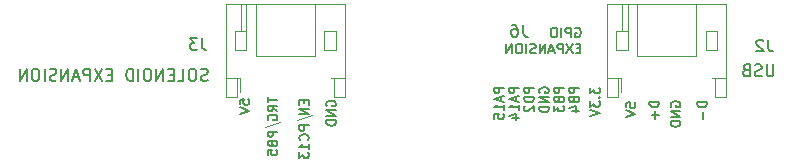
<source format=gbr>
%TF.GenerationSoftware,KiCad,Pcbnew,5.1.6+dfsg1-1~bpo10+1*%
%TF.CreationDate,2021-04-22T00:57:50+03:00*%
%TF.ProjectId,controller,636f6e74-726f-46c6-9c65-722e6b696361,rev?*%
%TF.SameCoordinates,PX3cfccb0PYa197300*%
%TF.FileFunction,Legend,Bot*%
%TF.FilePolarity,Positive*%
%FSLAX46Y46*%
G04 Gerber Fmt 4.6, Leading zero omitted, Abs format (unit mm)*
G04 Created by KiCad (PCBNEW 5.1.6+dfsg1-1~bpo10+1) date 2021-04-22 00:57:50*
%MOMM*%
%LPD*%
G01*
G04 APERTURE LIST*
%ADD10C,0.150000*%
%ADD11C,0.120000*%
G04 APERTURE END LIST*
D10*
X51382564Y30307715D02*
X51382564Y29812477D01*
X51687326Y30079143D01*
X51687326Y29964858D01*
X51725421Y29888667D01*
X51763517Y29850572D01*
X51839707Y29812477D01*
X52030183Y29812477D01*
X52106374Y29850572D01*
X52144469Y29888667D01*
X52182564Y29964858D01*
X52182564Y30193429D01*
X52144469Y30269620D01*
X52106374Y30307715D01*
X52106374Y29469620D02*
X52144469Y29431524D01*
X52182564Y29469620D01*
X52144469Y29507715D01*
X52106374Y29469620D01*
X52182564Y29469620D01*
X51382564Y29164858D02*
X51382564Y28669620D01*
X51687326Y28936286D01*
X51687326Y28822000D01*
X51725421Y28745810D01*
X51763517Y28707715D01*
X51839707Y28669620D01*
X52030183Y28669620D01*
X52106374Y28707715D01*
X52144469Y28745810D01*
X52182564Y28822000D01*
X52182564Y29050572D01*
X52144469Y29126762D01*
X52106374Y29164858D01*
X51382564Y28441048D02*
X52182564Y28174381D01*
X51382564Y27907715D01*
X50107796Y35310800D02*
X50183986Y35348896D01*
X50298272Y35348896D01*
X50412558Y35310800D01*
X50488748Y35234610D01*
X50526843Y35158420D01*
X50564939Y35006039D01*
X50564939Y34891753D01*
X50526843Y34739372D01*
X50488748Y34663181D01*
X50412558Y34586991D01*
X50298272Y34548896D01*
X50222081Y34548896D01*
X50107796Y34586991D01*
X50069700Y34625086D01*
X50069700Y34891753D01*
X50222081Y34891753D01*
X49726843Y34548896D02*
X49726843Y35348896D01*
X49422081Y35348896D01*
X49345891Y35310800D01*
X49307796Y35272705D01*
X49269700Y35196515D01*
X49269700Y35082229D01*
X49307796Y35006039D01*
X49345891Y34967943D01*
X49422081Y34929848D01*
X49726843Y34929848D01*
X48926843Y34548896D02*
X48926843Y35348896D01*
X48393510Y35348896D02*
X48241129Y35348896D01*
X48164939Y35310800D01*
X48088748Y35234610D01*
X48050653Y35082229D01*
X48050653Y34815562D01*
X48088748Y34663181D01*
X48164939Y34586991D01*
X48241129Y34548896D01*
X48393510Y34548896D01*
X48469700Y34586991D01*
X48545891Y34663181D01*
X48583986Y34815562D01*
X48583986Y35082229D01*
X48545891Y35234610D01*
X48469700Y35310800D01*
X48393510Y35348896D01*
X50526843Y33617943D02*
X50260177Y33617943D01*
X50145891Y33198896D02*
X50526843Y33198896D01*
X50526843Y33998896D01*
X50145891Y33998896D01*
X49879224Y33998896D02*
X49345891Y33198896D01*
X49345891Y33998896D02*
X49879224Y33198896D01*
X49041129Y33198896D02*
X49041129Y33998896D01*
X48736367Y33998896D01*
X48660177Y33960800D01*
X48622081Y33922705D01*
X48583986Y33846515D01*
X48583986Y33732229D01*
X48622081Y33656039D01*
X48660177Y33617943D01*
X48736367Y33579848D01*
X49041129Y33579848D01*
X48279224Y33427467D02*
X47898272Y33427467D01*
X48355415Y33198896D02*
X48088748Y33998896D01*
X47822081Y33198896D01*
X47555415Y33198896D02*
X47555415Y33998896D01*
X47098272Y33198896D01*
X47098272Y33998896D01*
X46755415Y33236991D02*
X46641129Y33198896D01*
X46450653Y33198896D01*
X46374462Y33236991D01*
X46336367Y33275086D01*
X46298272Y33351277D01*
X46298272Y33427467D01*
X46336367Y33503658D01*
X46374462Y33541753D01*
X46450653Y33579848D01*
X46603034Y33617943D01*
X46679224Y33656039D01*
X46717320Y33694134D01*
X46755415Y33770324D01*
X46755415Y33846515D01*
X46717320Y33922705D01*
X46679224Y33960800D01*
X46603034Y33998896D01*
X46412558Y33998896D01*
X46298272Y33960800D01*
X45955415Y33198896D02*
X45955415Y33998896D01*
X45422081Y33998896D02*
X45269700Y33998896D01*
X45193510Y33960800D01*
X45117320Y33884610D01*
X45079224Y33732229D01*
X45079224Y33465562D01*
X45117320Y33313181D01*
X45193510Y33236991D01*
X45269700Y33198896D01*
X45422081Y33198896D01*
X45498272Y33236991D01*
X45574462Y33313181D01*
X45612558Y33465562D01*
X45612558Y33732229D01*
X45574462Y33884610D01*
X45498272Y33960800D01*
X45422081Y33998896D01*
X44736367Y33198896D02*
X44736367Y33998896D01*
X44279224Y33198896D01*
X44279224Y33998896D01*
D11*
X23847640Y26953620D02*
X25092240Y27382880D01*
X26537500Y27547980D02*
X27782100Y27977240D01*
D10*
X27138217Y29233584D02*
X27138217Y28966918D01*
X27557264Y28852632D02*
X27557264Y29233584D01*
X26757264Y29233584D01*
X26757264Y28852632D01*
X27557264Y28509775D02*
X26757264Y28509775D01*
X27557264Y28052632D01*
X26757264Y28052632D01*
X24082644Y29502810D02*
X24082644Y29045667D01*
X24882644Y29274239D02*
X24082644Y29274239D01*
X24882644Y28321858D02*
X24501692Y28588524D01*
X24882644Y28779000D02*
X24082644Y28779000D01*
X24082644Y28474239D01*
X24120740Y28398048D01*
X24158835Y28359953D01*
X24235025Y28321858D01*
X24349311Y28321858D01*
X24425501Y28359953D01*
X24463597Y28398048D01*
X24501692Y28474239D01*
X24501692Y28779000D01*
X24120740Y27559953D02*
X24082644Y27636143D01*
X24082644Y27750429D01*
X24120740Y27864715D01*
X24196930Y27940905D01*
X24273120Y27979000D01*
X24425501Y28017096D01*
X24539787Y28017096D01*
X24692168Y27979000D01*
X24768359Y27940905D01*
X24844549Y27864715D01*
X24882644Y27750429D01*
X24882644Y27674239D01*
X24844549Y27559953D01*
X24806454Y27521858D01*
X24539787Y27521858D01*
X24539787Y27674239D01*
X29083900Y28748497D02*
X29045804Y28824687D01*
X29045804Y28938973D01*
X29083900Y29053259D01*
X29160090Y29129449D01*
X29236280Y29167544D01*
X29388661Y29205640D01*
X29502947Y29205640D01*
X29655328Y29167544D01*
X29731519Y29129449D01*
X29807709Y29053259D01*
X29845804Y28938973D01*
X29845804Y28862782D01*
X29807709Y28748497D01*
X29769614Y28710401D01*
X29502947Y28710401D01*
X29502947Y28862782D01*
X29845804Y28367544D02*
X29045804Y28367544D01*
X29845804Y27910401D01*
X29045804Y27910401D01*
X29845804Y27529449D02*
X29045804Y27529449D01*
X29045804Y27338973D01*
X29083900Y27224687D01*
X29160090Y27148497D01*
X29236280Y27110401D01*
X29388661Y27072306D01*
X29502947Y27072306D01*
X29655328Y27110401D01*
X29731519Y27148497D01*
X29807709Y27224687D01*
X29845804Y27338973D01*
X29845804Y27529449D01*
X21700124Y28883112D02*
X21700124Y29264064D01*
X22081077Y29302160D01*
X22042981Y29264064D01*
X22004886Y29187874D01*
X22004886Y28997398D01*
X22042981Y28921207D01*
X22081077Y28883112D01*
X22157267Y28845017D01*
X22347743Y28845017D01*
X22423934Y28883112D01*
X22462029Y28921207D01*
X22500124Y28997398D01*
X22500124Y29187874D01*
X22462029Y29264064D01*
X22423934Y29302160D01*
X21700124Y28616445D02*
X22500124Y28349779D01*
X21700124Y28083112D01*
X24882644Y26579284D02*
X24082644Y26579284D01*
X24082644Y26274522D01*
X24120740Y26198332D01*
X24158835Y26160237D01*
X24235025Y26122141D01*
X24349311Y26122141D01*
X24425501Y26160237D01*
X24463597Y26198332D01*
X24501692Y26274522D01*
X24501692Y26579284D01*
X24463597Y25512618D02*
X24501692Y25398332D01*
X24539787Y25360237D01*
X24615978Y25322141D01*
X24730263Y25322141D01*
X24806454Y25360237D01*
X24844549Y25398332D01*
X24882644Y25474522D01*
X24882644Y25779284D01*
X24082644Y25779284D01*
X24082644Y25512618D01*
X24120740Y25436427D01*
X24158835Y25398332D01*
X24235025Y25360237D01*
X24311216Y25360237D01*
X24387406Y25398332D01*
X24425501Y25436427D01*
X24463597Y25512618D01*
X24463597Y25779284D01*
X24082644Y24598332D02*
X24082644Y24979284D01*
X24463597Y25017380D01*
X24425501Y24979284D01*
X24387406Y24903094D01*
X24387406Y24712618D01*
X24425501Y24636427D01*
X24463597Y24598332D01*
X24539787Y24560237D01*
X24730263Y24560237D01*
X24806454Y24598332D01*
X24844549Y24636427D01*
X24882644Y24712618D01*
X24882644Y24903094D01*
X24844549Y24979284D01*
X24806454Y25017380D01*
X27557264Y27102524D02*
X26757264Y27102524D01*
X26757264Y26797762D01*
X26795360Y26721572D01*
X26833455Y26683477D01*
X26909645Y26645381D01*
X27023931Y26645381D01*
X27100121Y26683477D01*
X27138217Y26721572D01*
X27176312Y26797762D01*
X27176312Y27102524D01*
X27481074Y25845381D02*
X27519169Y25883477D01*
X27557264Y25997762D01*
X27557264Y26073953D01*
X27519169Y26188239D01*
X27442979Y26264429D01*
X27366788Y26302524D01*
X27214407Y26340620D01*
X27100121Y26340620D01*
X26947740Y26302524D01*
X26871550Y26264429D01*
X26795360Y26188239D01*
X26757264Y26073953D01*
X26757264Y25997762D01*
X26795360Y25883477D01*
X26833455Y25845381D01*
X27557264Y25083477D02*
X27557264Y25540620D01*
X27557264Y25312048D02*
X26757264Y25312048D01*
X26871550Y25388239D01*
X26947740Y25464429D01*
X26985836Y25540620D01*
X26757264Y24816810D02*
X26757264Y24321572D01*
X27062026Y24588239D01*
X27062026Y24473953D01*
X27100121Y24397762D01*
X27138217Y24359667D01*
X27214407Y24321572D01*
X27404883Y24321572D01*
X27481074Y24359667D01*
X27519169Y24397762D01*
X27557264Y24473953D01*
X27557264Y24702524D01*
X27519169Y24778715D01*
X27481074Y24816810D01*
X54402624Y28635081D02*
X54402624Y29016034D01*
X54783577Y29054129D01*
X54745481Y29016034D01*
X54707386Y28939843D01*
X54707386Y28749367D01*
X54745481Y28673177D01*
X54783577Y28635081D01*
X54859767Y28596986D01*
X55050243Y28596986D01*
X55126434Y28635081D01*
X55164529Y28673177D01*
X55202624Y28749367D01*
X55202624Y28939843D01*
X55164529Y29016034D01*
X55126434Y29054129D01*
X54402624Y28368415D02*
X55202624Y28101748D01*
X54402624Y27835081D01*
X58225320Y28675664D02*
X58187224Y28751855D01*
X58187224Y28866140D01*
X58225320Y28980426D01*
X58301510Y29056617D01*
X58377700Y29094712D01*
X58530081Y29132807D01*
X58644367Y29132807D01*
X58796748Y29094712D01*
X58872939Y29056617D01*
X58949129Y28980426D01*
X58987224Y28866140D01*
X58987224Y28789950D01*
X58949129Y28675664D01*
X58911034Y28637569D01*
X58644367Y28637569D01*
X58644367Y28789950D01*
X58987224Y28294712D02*
X58187224Y28294712D01*
X58987224Y27837569D01*
X58187224Y27837569D01*
X58987224Y27456617D02*
X58187224Y27456617D01*
X58187224Y27266140D01*
X58225320Y27151855D01*
X58301510Y27075664D01*
X58377700Y27037569D01*
X58530081Y26999474D01*
X58644367Y26999474D01*
X58796748Y27037569D01*
X58872939Y27075664D01*
X58949129Y27151855D01*
X58987224Y27266140D01*
X58987224Y27456617D01*
X57191444Y29090942D02*
X56391444Y29090942D01*
X56391444Y28900466D01*
X56429540Y28786180D01*
X56505730Y28709990D01*
X56581920Y28671895D01*
X56734301Y28633800D01*
X56848587Y28633800D01*
X57000968Y28671895D01*
X57077159Y28709990D01*
X57153349Y28786180D01*
X57191444Y28900466D01*
X57191444Y29090942D01*
X56886682Y28290942D02*
X56886682Y27681419D01*
X57191444Y27986180D02*
X56581920Y27986180D01*
X61230044Y29073162D02*
X60430044Y29073162D01*
X60430044Y28882686D01*
X60468140Y28768400D01*
X60544330Y28692210D01*
X60620520Y28654115D01*
X60772901Y28616020D01*
X60887187Y28616020D01*
X61039568Y28654115D01*
X61115759Y28692210D01*
X61191949Y28768400D01*
X61230044Y28882686D01*
X61230044Y29073162D01*
X60925282Y28273162D02*
X60925282Y27663639D01*
X50407104Y30302644D02*
X49607104Y30302644D01*
X49607104Y29997882D01*
X49645200Y29921692D01*
X49683295Y29883597D01*
X49759485Y29845501D01*
X49873771Y29845501D01*
X49949961Y29883597D01*
X49988057Y29921692D01*
X50026152Y29997882D01*
X50026152Y30302644D01*
X49988057Y29235978D02*
X50026152Y29121692D01*
X50064247Y29083597D01*
X50140438Y29045501D01*
X50254723Y29045501D01*
X50330914Y29083597D01*
X50369009Y29121692D01*
X50407104Y29197882D01*
X50407104Y29502644D01*
X49607104Y29502644D01*
X49607104Y29235978D01*
X49645200Y29159787D01*
X49683295Y29121692D01*
X49759485Y29083597D01*
X49835676Y29083597D01*
X49911866Y29121692D01*
X49949961Y29159787D01*
X49988057Y29235978D01*
X49988057Y29502644D01*
X49873771Y28359787D02*
X50407104Y28359787D01*
X49569009Y28550263D02*
X50140438Y28740740D01*
X50140438Y28245501D01*
X49137104Y30302644D02*
X48337104Y30302644D01*
X48337104Y29997882D01*
X48375200Y29921692D01*
X48413295Y29883597D01*
X48489485Y29845501D01*
X48603771Y29845501D01*
X48679961Y29883597D01*
X48718057Y29921692D01*
X48756152Y29997882D01*
X48756152Y30302644D01*
X48718057Y29235978D02*
X48756152Y29121692D01*
X48794247Y29083597D01*
X48870438Y29045501D01*
X48984723Y29045501D01*
X49060914Y29083597D01*
X49099009Y29121692D01*
X49137104Y29197882D01*
X49137104Y29502644D01*
X48337104Y29502644D01*
X48337104Y29235978D01*
X48375200Y29159787D01*
X48413295Y29121692D01*
X48489485Y29083597D01*
X48565676Y29083597D01*
X48641866Y29121692D01*
X48679961Y29159787D01*
X48718057Y29235978D01*
X48718057Y29502644D01*
X48337104Y28778835D02*
X48337104Y28283597D01*
X48641866Y28550263D01*
X48641866Y28435978D01*
X48679961Y28359787D01*
X48718057Y28321692D01*
X48794247Y28283597D01*
X48984723Y28283597D01*
X49060914Y28321692D01*
X49099009Y28359787D01*
X49137104Y28435978D01*
X49137104Y28664549D01*
X49099009Y28740740D01*
X49060914Y28778835D01*
X47105200Y29883597D02*
X47067104Y29959787D01*
X47067104Y30074073D01*
X47105200Y30188359D01*
X47181390Y30264549D01*
X47257580Y30302644D01*
X47409961Y30340740D01*
X47524247Y30340740D01*
X47676628Y30302644D01*
X47752819Y30264549D01*
X47829009Y30188359D01*
X47867104Y30074073D01*
X47867104Y29997882D01*
X47829009Y29883597D01*
X47790914Y29845501D01*
X47524247Y29845501D01*
X47524247Y29997882D01*
X47867104Y29502644D02*
X47067104Y29502644D01*
X47867104Y29045501D01*
X47067104Y29045501D01*
X47867104Y28664549D02*
X47067104Y28664549D01*
X47067104Y28474073D01*
X47105200Y28359787D01*
X47181390Y28283597D01*
X47257580Y28245501D01*
X47409961Y28207406D01*
X47524247Y28207406D01*
X47676628Y28245501D01*
X47752819Y28283597D01*
X47829009Y28359787D01*
X47867104Y28474073D01*
X47867104Y28664549D01*
X46597104Y30302644D02*
X45797104Y30302644D01*
X45797104Y29997882D01*
X45835200Y29921692D01*
X45873295Y29883597D01*
X45949485Y29845501D01*
X46063771Y29845501D01*
X46139961Y29883597D01*
X46178057Y29921692D01*
X46216152Y29997882D01*
X46216152Y30302644D01*
X46597104Y29502644D02*
X45797104Y29502644D01*
X45797104Y29312168D01*
X45835200Y29197882D01*
X45911390Y29121692D01*
X45987580Y29083597D01*
X46139961Y29045501D01*
X46254247Y29045501D01*
X46406628Y29083597D01*
X46482819Y29121692D01*
X46559009Y29197882D01*
X46597104Y29312168D01*
X46597104Y29502644D01*
X45873295Y28740740D02*
X45835200Y28702644D01*
X45797104Y28626454D01*
X45797104Y28435978D01*
X45835200Y28359787D01*
X45873295Y28321692D01*
X45949485Y28283597D01*
X46025676Y28283597D01*
X46139961Y28321692D01*
X46597104Y28778835D01*
X46597104Y28283597D01*
X45327104Y30302644D02*
X44527104Y30302644D01*
X44527104Y29997882D01*
X44565200Y29921692D01*
X44603295Y29883597D01*
X44679485Y29845501D01*
X44793771Y29845501D01*
X44869961Y29883597D01*
X44908057Y29921692D01*
X44946152Y29997882D01*
X44946152Y30302644D01*
X45098533Y29540740D02*
X45098533Y29159787D01*
X45327104Y29616930D02*
X44527104Y29350263D01*
X45327104Y29083597D01*
X45327104Y28397882D02*
X45327104Y28855025D01*
X45327104Y28626454D02*
X44527104Y28626454D01*
X44641390Y28702644D01*
X44717580Y28778835D01*
X44755676Y28855025D01*
X44793771Y27712168D02*
X45327104Y27712168D01*
X44489009Y27902644D02*
X45060438Y28093120D01*
X45060438Y27597882D01*
X44057104Y30302644D02*
X43257104Y30302644D01*
X43257104Y29997882D01*
X43295200Y29921692D01*
X43333295Y29883597D01*
X43409485Y29845501D01*
X43523771Y29845501D01*
X43599961Y29883597D01*
X43638057Y29921692D01*
X43676152Y29997882D01*
X43676152Y30302644D01*
X43828533Y29540740D02*
X43828533Y29159787D01*
X44057104Y29616930D02*
X43257104Y29350263D01*
X44057104Y29083597D01*
X44057104Y28397882D02*
X44057104Y28855025D01*
X44057104Y28626454D02*
X43257104Y28626454D01*
X43371390Y28702644D01*
X43447580Y28778835D01*
X43485676Y28855025D01*
X43257104Y27674073D02*
X43257104Y28055025D01*
X43638057Y28093120D01*
X43599961Y28055025D01*
X43561866Y27978835D01*
X43561866Y27788359D01*
X43599961Y27712168D01*
X43638057Y27674073D01*
X43714247Y27635978D01*
X43904723Y27635978D01*
X43980914Y27674073D01*
X44019009Y27712168D01*
X44057104Y27788359D01*
X44057104Y27978835D01*
X44019009Y28055025D01*
X43980914Y28093120D01*
X18981590Y30930359D02*
X18838733Y30882740D01*
X18600638Y30882740D01*
X18505400Y30930359D01*
X18457780Y30977978D01*
X18410161Y31073216D01*
X18410161Y31168454D01*
X18457780Y31263692D01*
X18505400Y31311311D01*
X18600638Y31358930D01*
X18791114Y31406549D01*
X18886352Y31454168D01*
X18933971Y31501787D01*
X18981590Y31597025D01*
X18981590Y31692263D01*
X18933971Y31787501D01*
X18886352Y31835120D01*
X18791114Y31882740D01*
X18553019Y31882740D01*
X18410161Y31835120D01*
X17791114Y31882740D02*
X17600638Y31882740D01*
X17505400Y31835120D01*
X17410161Y31739882D01*
X17362542Y31549406D01*
X17362542Y31216073D01*
X17410161Y31025597D01*
X17505400Y30930359D01*
X17600638Y30882740D01*
X17791114Y30882740D01*
X17886352Y30930359D01*
X17981590Y31025597D01*
X18029209Y31216073D01*
X18029209Y31549406D01*
X17981590Y31739882D01*
X17886352Y31835120D01*
X17791114Y31882740D01*
X16457780Y30882740D02*
X16933971Y30882740D01*
X16933971Y31882740D01*
X16124447Y31406549D02*
X15791114Y31406549D01*
X15648257Y30882740D02*
X16124447Y30882740D01*
X16124447Y31882740D01*
X15648257Y31882740D01*
X15219685Y30882740D02*
X15219685Y31882740D01*
X14648257Y30882740D01*
X14648257Y31882740D01*
X13981590Y31882740D02*
X13791114Y31882740D01*
X13695876Y31835120D01*
X13600638Y31739882D01*
X13553019Y31549406D01*
X13553019Y31216073D01*
X13600638Y31025597D01*
X13695876Y30930359D01*
X13791114Y30882740D01*
X13981590Y30882740D01*
X14076828Y30930359D01*
X14172066Y31025597D01*
X14219685Y31216073D01*
X14219685Y31549406D01*
X14172066Y31739882D01*
X14076828Y31835120D01*
X13981590Y31882740D01*
X13124447Y30882740D02*
X13124447Y31882740D01*
X12648257Y30882740D02*
X12648257Y31882740D01*
X12410161Y31882740D01*
X12267304Y31835120D01*
X12172066Y31739882D01*
X12124447Y31644644D01*
X12076828Y31454168D01*
X12076828Y31311311D01*
X12124447Y31120835D01*
X12172066Y31025597D01*
X12267304Y30930359D01*
X12410161Y30882740D01*
X12648257Y30882740D01*
X10886352Y31406549D02*
X10553019Y31406549D01*
X10410161Y30882740D02*
X10886352Y30882740D01*
X10886352Y31882740D01*
X10410161Y31882740D01*
X10076828Y31882740D02*
X9410161Y30882740D01*
X9410161Y31882740D02*
X10076828Y30882740D01*
X9029209Y30882740D02*
X9029209Y31882740D01*
X8648257Y31882740D01*
X8553019Y31835120D01*
X8505400Y31787501D01*
X8457780Y31692263D01*
X8457780Y31549406D01*
X8505400Y31454168D01*
X8553019Y31406549D01*
X8648257Y31358930D01*
X9029209Y31358930D01*
X8076828Y31168454D02*
X7600638Y31168454D01*
X8172066Y30882740D02*
X7838733Y31882740D01*
X7505400Y30882740D01*
X7172066Y30882740D02*
X7172066Y31882740D01*
X6600638Y30882740D01*
X6600638Y31882740D01*
X6172066Y30930359D02*
X6029209Y30882740D01*
X5791114Y30882740D01*
X5695876Y30930359D01*
X5648257Y30977978D01*
X5600638Y31073216D01*
X5600638Y31168454D01*
X5648257Y31263692D01*
X5695876Y31311311D01*
X5791114Y31358930D01*
X5981590Y31406549D01*
X6076828Y31454168D01*
X6124447Y31501787D01*
X6172066Y31597025D01*
X6172066Y31692263D01*
X6124447Y31787501D01*
X6076828Y31835120D01*
X5981590Y31882740D01*
X5743495Y31882740D01*
X5600638Y31835120D01*
X5172066Y30882740D02*
X5172066Y31882740D01*
X4505400Y31882740D02*
X4314923Y31882740D01*
X4219685Y31835120D01*
X4124447Y31739882D01*
X4076828Y31549406D01*
X4076828Y31216073D01*
X4124447Y31025597D01*
X4219685Y30930359D01*
X4314923Y30882740D01*
X4505400Y30882740D01*
X4600638Y30930359D01*
X4695876Y31025597D01*
X4743495Y31216073D01*
X4743495Y31549406D01*
X4695876Y31739882D01*
X4600638Y31835120D01*
X4505400Y31882740D01*
X3648257Y30882740D02*
X3648257Y31882740D01*
X3076828Y30882740D01*
X3076828Y31882740D01*
X66887224Y32262260D02*
X66887224Y31452736D01*
X66839605Y31357498D01*
X66791986Y31309879D01*
X66696748Y31262260D01*
X66506272Y31262260D01*
X66411034Y31309879D01*
X66363415Y31357498D01*
X66315796Y31452736D01*
X66315796Y32262260D01*
X65887224Y31309879D02*
X65744367Y31262260D01*
X65506272Y31262260D01*
X65411034Y31309879D01*
X65363415Y31357498D01*
X65315796Y31452736D01*
X65315796Y31547974D01*
X65363415Y31643212D01*
X65411034Y31690831D01*
X65506272Y31738450D01*
X65696748Y31786069D01*
X65791986Y31833688D01*
X65839605Y31881307D01*
X65887224Y31976545D01*
X65887224Y32071783D01*
X65839605Y32167021D01*
X65791986Y32214640D01*
X65696748Y32262260D01*
X65458653Y32262260D01*
X65315796Y32214640D01*
X64553891Y31786069D02*
X64411034Y31738450D01*
X64363415Y31690831D01*
X64315796Y31595593D01*
X64315796Y31452736D01*
X64363415Y31357498D01*
X64411034Y31309879D01*
X64506272Y31262260D01*
X64887224Y31262260D01*
X64887224Y32262260D01*
X64553891Y32262260D01*
X64458653Y32214640D01*
X64411034Y32167021D01*
X64363415Y32071783D01*
X64363415Y31976545D01*
X64411034Y31881307D01*
X64458653Y31833688D01*
X64553891Y31786069D01*
X64887224Y31786069D01*
D11*
%TO.C,J3*%
X21707480Y31144920D02*
X21707480Y29929920D01*
X21767480Y35104920D02*
X21767480Y37364920D01*
X22267480Y35104920D02*
X22267480Y37364920D01*
X28867480Y33504920D02*
X29867480Y33504920D01*
X28867480Y35104920D02*
X28867480Y33504920D01*
X29867480Y35104920D02*
X28867480Y35104920D01*
X29867480Y33504920D02*
X29867480Y35104920D01*
X22267480Y33504920D02*
X21267480Y33504920D01*
X22267480Y35104920D02*
X22267480Y33504920D01*
X21267480Y35104920D02*
X22267480Y35104920D01*
X21267480Y33504920D02*
X21267480Y35104920D01*
X30627480Y31144920D02*
X29707480Y31144920D01*
X20507480Y31144920D02*
X21427480Y31144920D01*
X28067480Y33004920D02*
X28067480Y37364920D01*
X23067480Y33004920D02*
X28067480Y33004920D01*
X23067480Y37364920D02*
X23067480Y33004920D01*
X29707480Y31144920D02*
X29427480Y31144920D01*
X29707480Y29544920D02*
X29707480Y31144920D01*
X30627480Y29544920D02*
X29707480Y29544920D01*
X30627480Y37364920D02*
X30627480Y29544920D01*
X20507480Y37364920D02*
X30627480Y37364920D01*
X20507480Y29544920D02*
X20507480Y37364920D01*
X21427480Y29544920D02*
X20507480Y29544920D01*
X21427480Y31144920D02*
X21427480Y29544920D01*
X21707480Y31144920D02*
X21427480Y31144920D01*
%TO.C,J2*%
X53980000Y31130000D02*
X53980000Y29915000D01*
X54040000Y35090000D02*
X54040000Y37350000D01*
X54540000Y35090000D02*
X54540000Y37350000D01*
X61140000Y33490000D02*
X62140000Y33490000D01*
X61140000Y35090000D02*
X61140000Y33490000D01*
X62140000Y35090000D02*
X61140000Y35090000D01*
X62140000Y33490000D02*
X62140000Y35090000D01*
X54540000Y33490000D02*
X53540000Y33490000D01*
X54540000Y35090000D02*
X54540000Y33490000D01*
X53540000Y35090000D02*
X54540000Y35090000D01*
X53540000Y33490000D02*
X53540000Y35090000D01*
X62900000Y31130000D02*
X61980000Y31130000D01*
X52780000Y31130000D02*
X53700000Y31130000D01*
X60340000Y32990000D02*
X60340000Y37350000D01*
X55340000Y32990000D02*
X60340000Y32990000D01*
X55340000Y37350000D02*
X55340000Y32990000D01*
X61980000Y31130000D02*
X61700000Y31130000D01*
X61980000Y29530000D02*
X61980000Y31130000D01*
X62900000Y29530000D02*
X61980000Y29530000D01*
X62900000Y37350000D02*
X62900000Y29530000D01*
X52780000Y37350000D02*
X62900000Y37350000D01*
X52780000Y29530000D02*
X52780000Y37350000D01*
X53700000Y29530000D02*
X52780000Y29530000D01*
X53700000Y31130000D02*
X53700000Y29530000D01*
X53980000Y31130000D02*
X53700000Y31130000D01*
%TO.C,J6*%
D10*
X45687153Y35624160D02*
X45687153Y34909874D01*
X45734772Y34767017D01*
X45830010Y34671779D01*
X45972867Y34624160D01*
X46068105Y34624160D01*
X44782391Y35624160D02*
X44972867Y35624160D01*
X45068105Y35576540D01*
X45115724Y35528921D01*
X45210962Y35386064D01*
X45258581Y35195588D01*
X45258581Y34814636D01*
X45210962Y34719398D01*
X45163343Y34671779D01*
X45068105Y34624160D01*
X44877629Y34624160D01*
X44782391Y34671779D01*
X44734772Y34719398D01*
X44687153Y34814636D01*
X44687153Y35052731D01*
X44734772Y35147969D01*
X44782391Y35195588D01*
X44877629Y35243207D01*
X45068105Y35243207D01*
X45163343Y35195588D01*
X45210962Y35147969D01*
X45258581Y35052731D01*
%TO.C,J3*%
X18491373Y34483700D02*
X18491373Y33769414D01*
X18538992Y33626557D01*
X18634230Y33531319D01*
X18777087Y33483700D01*
X18872325Y33483700D01*
X18110420Y34483700D02*
X17491373Y34483700D01*
X17824706Y34102747D01*
X17681849Y34102747D01*
X17586611Y34055128D01*
X17538992Y34007509D01*
X17491373Y33912271D01*
X17491373Y33674176D01*
X17538992Y33578938D01*
X17586611Y33531319D01*
X17681849Y33483700D01*
X17967563Y33483700D01*
X18062801Y33531319D01*
X18110420Y33578938D01*
%TO.C,J2*%
X66448653Y34362260D02*
X66448653Y33647974D01*
X66496272Y33505117D01*
X66591510Y33409879D01*
X66734367Y33362260D01*
X66829605Y33362260D01*
X66020081Y34267021D02*
X65972462Y34314640D01*
X65877224Y34362260D01*
X65639129Y34362260D01*
X65543891Y34314640D01*
X65496272Y34267021D01*
X65448653Y34171783D01*
X65448653Y34076545D01*
X65496272Y33933688D01*
X66067700Y33362260D01*
X65448653Y33362260D01*
%TD*%
M02*

</source>
